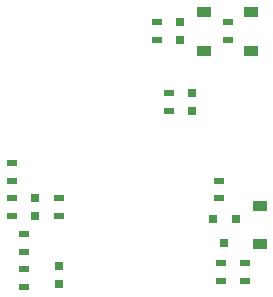
<source format=gtp>
%TF.GenerationSoftware,KiCad,Pcbnew,4.0.4+e1-6308~48~ubuntu16.04.1-stable*%
%TF.CreationDate,2016-10-27T02:54:46-07:00*%
%TF.ProjectId,envelope-gen_LM358_DIP,656E76656C6F70652D67656E5F4C4D33,rev?*%
%TF.FileFunction,Paste,Top*%
%FSLAX46Y46*%
G04 Gerber Fmt 4.6, Leading zero omitted, Abs format (unit mm)*
G04 Created by KiCad (PCBNEW 4.0.4+e1-6308~48~ubuntu16.04.1-stable) date Thu Oct 27 02:54:46 2016*
%MOMM*%
%LPD*%
G01*
G04 APERTURE LIST*
%ADD10C,0.100000*%
%ADD11R,0.750000X0.800000*%
%ADD12R,1.220000X0.910000*%
%ADD13R,0.800100X0.800100*%
%ADD14R,0.900000X0.500000*%
G04 APERTURE END LIST*
D10*
D11*
X176000000Y-66250000D03*
X176000000Y-64750000D03*
X178000000Y-70500000D03*
X178000000Y-72000000D03*
X188275200Y-49851600D03*
X188275200Y-51351600D03*
X189275200Y-57351600D03*
X189275200Y-55851600D03*
D12*
X190275200Y-48966600D03*
X190275200Y-52236600D03*
X194275200Y-52236600D03*
X194275200Y-48966600D03*
X195000000Y-65365000D03*
X195000000Y-68635000D03*
D13*
X192950000Y-66499240D03*
X191050000Y-66499240D03*
X192000000Y-68498220D03*
D14*
X174000000Y-61750000D03*
X174000000Y-63250000D03*
X174000000Y-64750000D03*
X174000000Y-66250000D03*
X175000000Y-67750000D03*
X175000000Y-69250000D03*
X175000000Y-70750000D03*
X175000000Y-72250000D03*
X178000000Y-64750000D03*
X178000000Y-66250000D03*
X186275200Y-51351600D03*
X186275200Y-49851600D03*
X192275200Y-49851600D03*
X192275200Y-51351600D03*
X187275200Y-55851600D03*
X187275200Y-57351600D03*
X191500000Y-64750000D03*
X191500000Y-63250000D03*
X193750000Y-70250000D03*
X193750000Y-71750000D03*
X191750000Y-70250000D03*
X191750000Y-71750000D03*
M02*

</source>
